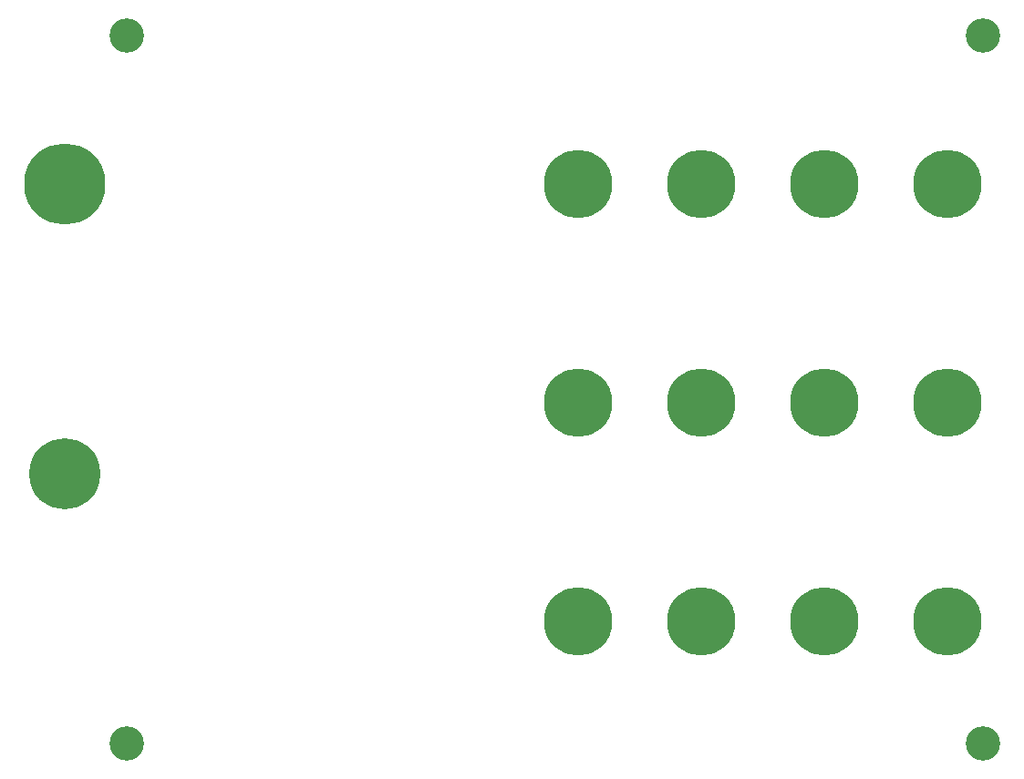
<source format=gbr>
G04 #@! TF.FileFunction,Soldermask,Top*
%FSLAX46Y46*%
G04 Gerber Fmt 4.6, Leading zero omitted, Abs format (unit mm)*
G04 Created by KiCad (PCBNEW 4.0.6) date 07/02/17 15:03:01*
%MOMM*%
%LPD*%
G01*
G04 APERTURE LIST*
%ADD10C,0.100000*%
%ADD11C,3.200400*%
%ADD12C,6.350000*%
%ADD13C,7.540625*%
%ADD14C,6.604000*%
G04 APERTURE END LIST*
D10*
D11*
X186182000Y-117348000D03*
X106680000Y-117348000D03*
X186182000Y-51562000D03*
D12*
X148590000Y-65405000D03*
X160020000Y-65405000D03*
X171450000Y-65405000D03*
X182880000Y-65405000D03*
X148590000Y-85725000D03*
X160020000Y-85725000D03*
X171450000Y-85725000D03*
X182880000Y-85725000D03*
X148590000Y-106045000D03*
X160020000Y-106045000D03*
X171450000Y-106045000D03*
X182880000Y-106045000D03*
D13*
X100965000Y-65405000D03*
D14*
X100965000Y-92329000D03*
D11*
X106680000Y-51562000D03*
M02*

</source>
